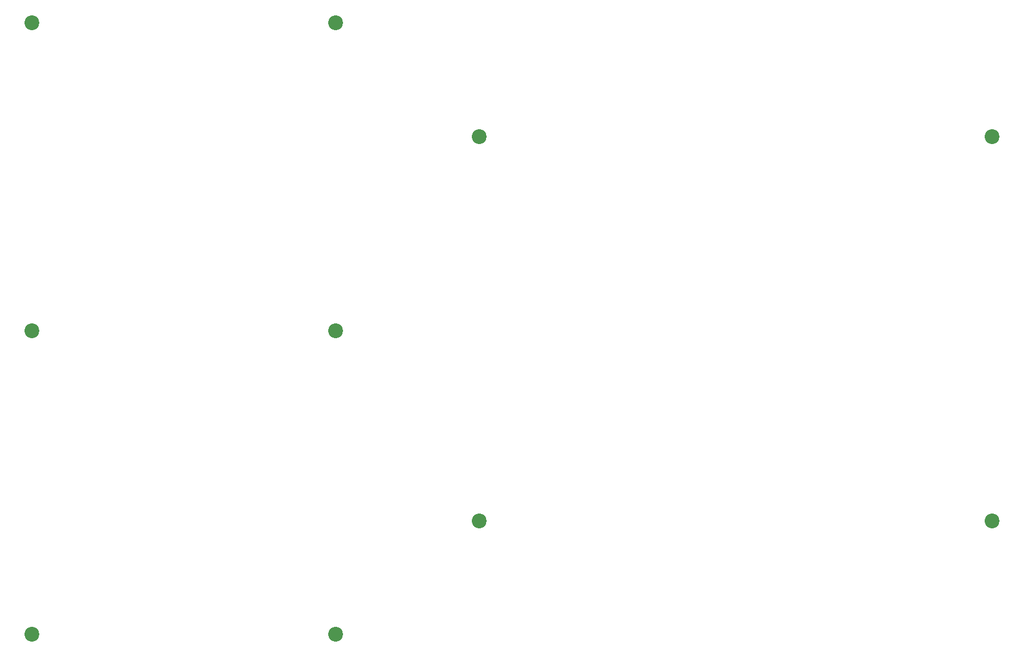
<source format=gbr>
%TF.GenerationSoftware,KiCad,Pcbnew,7.0.5*%
%TF.CreationDate,2024-09-25T00:15:13+08:00*%
%TF.ProjectId,TPS,5450532e-6b69-4636-9164-5f7063625858,rev?*%
%TF.SameCoordinates,Original*%
%TF.FileFunction,Soldermask,Bot*%
%TF.FilePolarity,Negative*%
%FSLAX46Y46*%
G04 Gerber Fmt 4.6, Leading zero omitted, Abs format (unit mm)*
G04 Created by KiCad (PCBNEW 7.0.5) date 2024-09-25 00:15:13*
%MOMM*%
%LPD*%
G01*
G04 APERTURE LIST*
%ADD10C,2.200000*%
G04 APERTURE END LIST*
D10*
%TO.C,H4*%
X183375000Y-105200000D03*
%TD*%
%TO.C,H10*%
X85775000Y-76936000D03*
%TD*%
%TO.C,H7*%
X85775000Y-31200000D03*
%TD*%
%TO.C,H1*%
X107175000Y-48050000D03*
%TD*%
%TO.C,H2*%
X107175000Y-105200000D03*
%TD*%
%TO.C,H6*%
X40661000Y-31200000D03*
%TD*%
%TO.C,H3*%
X183375000Y-48050000D03*
%TD*%
%TO.C,H9*%
X40661000Y-122050000D03*
%TD*%
%TO.C,H8*%
X40661000Y-76936000D03*
%TD*%
%TO.C,H11*%
X85775000Y-122050000D03*
%TD*%
M02*

</source>
